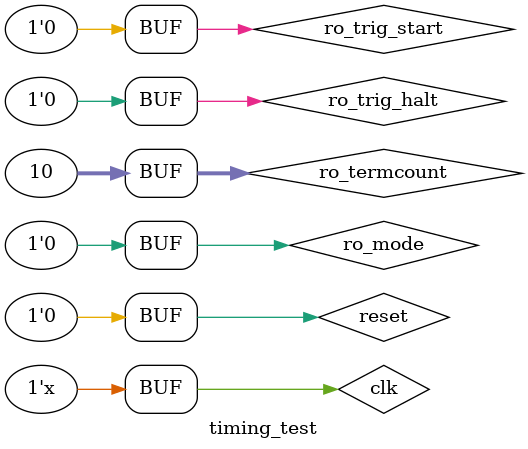
<source format=v>
`timescale 1ns / 1ps


module timing_test;

	// Inputs
	reg clk;
	reg reset;
	reg ro_trig_start;
	reg ro_trig_halt;
	reg ro_mode;
	reg [31:0] ro_termcount;

	// Outputs
	wire rf_status;
	wire [31:0] rf_currcount;
	wire rf_int;

	// Instantiate the Unit Under Test (UUT)
	timing uut (
		.clk(clk), 
		.reset(reset), 
		.ro_trig_start(ro_trig_start), 
		.ro_trig_halt(ro_trig_halt), 
		.ro_mode(ro_mode), 
		.ro_termcount(ro_termcount), 
		.rf_status(rf_status), 
		.rf_currcount(rf_currcount), 
		.rf_int(rf_int)
	);

	initial begin
		// Initialize Inputs
		clk = 0;
		reset = 0;
		ro_trig_start = 0;
		ro_trig_halt = 0;
		ro_mode = 0;
		ro_termcount = 0;

		// Wait 100 ns for global reset to finish
		#100;
		ro_mode = 1'b0;
		ro_termcount = 10;
		
		#5;
		ro_trig_start = 1'b1;
        
        #5;
        ro_trig_start = 1'b0;
		// Add stimulus here

	end
	
	always
	   #5 clk = !clk;
endmodule


</source>
